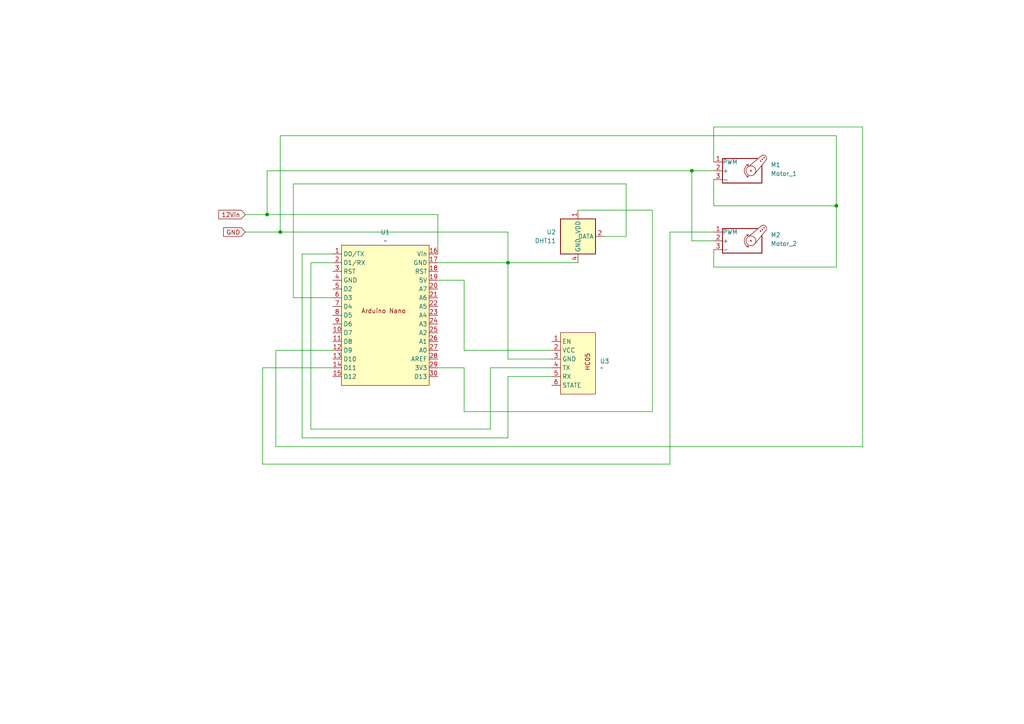
<source format=kicad_sch>
(kicad_sch (version 20231120) (generator "eeschema") (generator_version "8.0")
  (paper "A4")
  (lib_symbols
    (symbol "HC05:HC05"
      (property "Reference" "U" (at 0 0 0))
      (symbol "HC05_1_1"
        (rectangle (start 0 1.27) (end 10.16 -16.51) (fill (type background)))
        (text "HC05\n" (at 7.874 -7.112 900) (effects (font (size 1.27 1.27))))
        (pin bidirectional line (at -2.54 -1.27 0) (length 2.54) (name "EN") (number "1"))
        (pin bidirectional line (at -2.54 -3.81 0) (length 2.54) (name "VCC") (number "2"))
        (pin bidirectional line (at -2.54 -6.35 0) (length 2.54) (name "GND") (number "3"))
        (pin bidirectional line (at -2.54 -8.89 0) (length 2.54) (name "TX") (number "4"))
        (pin bidirectional line (at -2.54 -11.43 0) (length 2.54) (name "RX") (number "5"))
        (pin bidirectional line (at -2.54 -13.97 0) (length 2.54) (name "STATE") (number "6"))
      )
    )
    (symbol "Motor:Motor_Servo_Hitec" (pin_names (offset 0.0254))
      (property "Reference" "M" (at -5.08 4.445 0))
      (property "Value" "Motor_Servo_Hitec" (at -5.08 -4.064 0))
      (symbol "Motor_Servo_Hitec_0_1"
        (polyline (pts (xy 2.413 -1.778) (xy 2.032 -1.778)))
        (polyline (pts (xy 2.413 -1.778) (xy 2.286 -1.397)))
        (polyline (pts (xy 2.413 1.778) (xy 1.905 1.778)))
        (polyline (pts (xy 2.413 1.778) (xy 2.286 1.397)))
        (polyline (pts (xy 6.35 4.445) (xy 2.54 1.27)))
        (polyline (pts (xy 7.62 3.175) (xy 4.191 -1.016)))
        (polyline (pts (xy 5.08 3.556) (xy -5.08 3.556) (xy -5.08 -3.556) (xy 6.35 -3.556) (xy 6.35 1.524)) (stroke (width 0.254)))
        (arc (start 2.413 1.778) (mid 1.2406 0) (end 2.413 -1.778))
        (circle (center 3.175 0) (radius 0.1778))
        (circle (center 3.175 0) (radius 1.4224))
        (circle (center 5.969 2.794) (radius 0.127))
        (circle (center 6.477 3.302) (radius 0.127))
        (circle (center 6.985 3.81) (radius 0.127))
        (arc (start 7.62 3.175) (mid 7.4485 4.2735) (end 6.35 4.445))
      )
      (symbol "Motor_Servo_Hitec_1_1"
        (pin passive line (at -7.62 2.54 0) (length 2.54) (name "PWM") (number "1"))
        (pin passive line (at -7.62 0 0) (length 2.54) (name "+") (number "2"))
        (pin passive line (at -7.62 -2.54 0) (length 2.54) (name "-") (number "3"))
      )
    )
    (symbol "Sensor:DHT11"
      (property "Reference" "U" (at -3.81 6.35 0))
      (property "Value" "DHT11" (at 3.81 6.35 0))
      (symbol "DHT11_0_1"
        (rectangle (start -5.08 5.08) (end 5.08 -5.08) (stroke (width 0.254)) (fill (type background)))
      )
      (symbol "DHT11_1_1"
        (pin power_in line (at 0 7.62 270) (length 2.54) (name "VDD") (number "1"))
        (pin bidirectional line (at 7.62 0 180) (length 2.54) (name "DATA") (number "2"))
        (pin no_connect line (at -5.08 0 0) (length 2.54) hide (name "NC") (number "3"))
        (pin power_in line (at 0 -7.62 90) (length 2.54) (name "GND") (number "4"))
      )
    )
    (symbol "capstone_arduino_nano:Arduino_nano"
      (property "Reference" "U" (at 0 0 0))
      (symbol "Arduino_nano_1_1"
        (rectangle (start 0 6.35) (end 25.4 -34.29) (fill (type background)))
        (text "Arduino Nano\n" (at 12.192 -12.7 0) (effects (font (size 1.27 1.27))))
        (pin bidirectional line (at -2.54 3.81 0) (length 2.54) (name "D0/TX") (number "1"))
        (pin bidirectional line (at -2.54 -19.05 0) (length 2.54) (name "D7") (number "10"))
        (pin bidirectional line (at -2.54 -21.59 0) (length 2.54) (name "D8") (number "11"))
        (pin bidirectional line (at -2.54 -24.13 0) (length 2.54) (name "D9") (number "12"))
        (pin bidirectional line (at -2.54 -26.67 0) (length 2.54) (name "D10") (number "13"))
        (pin bidirectional line (at -2.54 -29.21 0) (length 2.54) (name "D11") (number "14"))
        (pin bidirectional line (at -2.54 -31.75 0) (length 2.54) (name "D12") (number "15"))
        (pin bidirectional line (at 27.94 3.81 180) (length 2.54) (name "Vin") (number "16"))
        (pin bidirectional line (at 27.94 1.27 180) (length 2.54) (name "GND") (number "17"))
        (pin bidirectional line (at 27.94 -1.27 180) (length 2.54) (name "RST") (number "18"))
        (pin bidirectional line (at 27.94 -3.81 180) (length 2.54) (name "5V") (number "19"))
        (pin bidirectional line (at -2.54 1.27 0) (length 2.54) (name "D1/RX") (number "2"))
        (pin bidirectional line (at 27.94 -6.35 180) (length 2.54) (name "A7") (number "20"))
        (pin bidirectional line (at 27.94 -8.89 180) (length 2.54) (name "A6") (number "21"))
        (pin bidirectional line (at 27.94 -11.43 180) (length 2.54) (name "A5") (number "22"))
        (pin bidirectional line (at 27.94 -13.97 180) (length 2.54) (name "A4") (number "23"))
        (pin bidirectional line (at 27.94 -16.51 180) (length 2.54) (name "A3") (number "24"))
        (pin bidirectional line (at 27.94 -19.05 180) (length 2.54) (name "A2") (number "25"))
        (pin bidirectional line (at 27.94 -21.59 180) (length 2.54) (name "A1") (number "26"))
        (pin bidirectional line (at 27.94 -24.13 180) (length 2.54) (name "A0") (number "27"))
        (pin bidirectional line (at 27.94 -26.67 180) (length 2.54) (name "AREF") (number "28"))
        (pin bidirectional line (at 27.94 -29.21 180) (length 2.54) (name "3V3") (number "29"))
        (pin bidirectional line (at -2.54 -1.27 0) (length 2.54) (name "RST") (number "3"))
        (pin bidirectional line (at 27.94 -31.75 180) (length 2.54) (name "D13") (number "30"))
        (pin bidirectional line (at -2.54 -3.81 0) (length 2.54) (name "GND") (number "4"))
        (pin bidirectional line (at -2.54 -6.35 0) (length 2.54) (name "D2") (number "5"))
        (pin bidirectional line (at -2.54 -8.89 0) (length 2.54) (name "D3") (number "6"))
        (pin bidirectional line (at -2.54 -11.43 0) (length 2.54) (name "D4") (number "7"))
        (pin bidirectional line (at -2.54 -13.97 0) (length 2.54) (name "D5") (number "8"))
        (pin bidirectional line (at -2.54 -16.51 0) (length 2.54) (name "D6") (number "9"))
      )
    )
  )
  (junction (at 147.32 76.2))
  (junction (at 81.28 67.31))
  (junction (at 200.66 49.53))
  (junction (at 77.47 62.23))
  (junction (at 242.57 59.69))
  (wire (pts (xy 250.19 129.54) (xy 80.01 129.54)))
  (wire (pts (xy 90.17 124.46) (xy 90.17 76.2)))
  (wire (pts (xy 147.32 104.14) (xy 147.32 76.2)))
  (wire (pts (xy 207.01 77.47) (xy 242.57 77.47)))
  (wire (pts (xy 160.02 106.68) (xy 142.24 106.68)))
  (wire (pts (xy 207.01 46.99) (xy 207.01 36.83)))
  (wire (pts (xy 250.19 36.83) (xy 250.19 129.54)))
  (wire (pts (xy 181.61 68.58) (xy 181.61 53.34)))
  (wire (pts (xy 207.01 52.07) (xy 207.01 59.69)))
  (wire (pts (xy 127 81.28) (xy 134.62 81.28)))
  (wire (pts (xy 71.12 62.23) (xy 77.47 62.23)))
  (wire (pts (xy 160.02 109.22) (xy 147.32 109.22)))
  (wire (pts (xy 189.23 60.96) (xy 189.23 119.38)))
  (wire (pts (xy 147.32 76.2) (xy 167.64 76.2)))
  (wire (pts (xy 194.31 67.31) (xy 194.31 134.62)))
  (wire (pts (xy 90.17 76.2) (xy 96.52 76.2)))
  (wire (pts (xy 167.64 60.96) (xy 189.23 60.96)))
  (wire (pts (xy 127 76.2) (xy 147.32 76.2)))
  (wire (pts (xy 147.32 67.31) (xy 147.32 76.2)))
  (wire (pts (xy 194.31 134.62) (xy 76.2 134.62)))
  (wire (pts (xy 71.12 67.31) (xy 81.28 67.31)))
  (wire (pts (xy 77.47 49.53) (xy 200.66 49.53)))
  (wire (pts (xy 200.66 49.53) (xy 207.01 49.53)))
  (wire (pts (xy 77.47 62.23) (xy 127 62.23)))
  (wire (pts (xy 134.62 119.38) (xy 134.62 106.68)))
  (wire (pts (xy 242.57 59.69) (xy 242.57 39.37)))
  (wire (pts (xy 81.28 67.31) (xy 147.32 67.31)))
  (wire (pts (xy 142.24 106.68) (xy 142.24 124.46)))
  (wire (pts (xy 127 62.23) (xy 127 73.66)))
  (wire (pts (xy 76.2 134.62) (xy 76.2 106.68)))
  (wire (pts (xy 242.57 59.69) (xy 242.57 77.47)))
  (wire (pts (xy 81.28 39.37) (xy 81.28 67.31)))
  (wire (pts (xy 160.02 101.6) (xy 134.62 101.6)))
  (wire (pts (xy 160.02 104.14) (xy 147.32 104.14)))
  (wire (pts (xy 87.63 127) (xy 87.63 73.66)))
  (wire (pts (xy 87.63 73.66) (xy 96.52 73.66)))
  (wire (pts (xy 175.26 68.58) (xy 181.61 68.58)))
  (wire (pts (xy 207.01 67.31) (xy 194.31 67.31)))
  (wire (pts (xy 147.32 109.22) (xy 147.32 127)))
  (wire (pts (xy 181.61 53.34) (xy 85.09 53.34)))
  (wire (pts (xy 76.2 106.68) (xy 96.52 106.68)))
  (wire (pts (xy 80.01 129.54) (xy 80.01 101.6)))
  (wire (pts (xy 147.32 127) (xy 87.63 127)))
  (wire (pts (xy 85.09 86.36) (xy 96.52 86.36)))
  (wire (pts (xy 207.01 59.69) (xy 242.57 59.69)))
  (wire (pts (xy 85.09 53.34) (xy 85.09 86.36)))
  (wire (pts (xy 80.01 101.6) (xy 96.52 101.6)))
  (wire (pts (xy 207.01 72.39) (xy 207.01 77.47)))
  (wire (pts (xy 200.66 69.85) (xy 200.66 49.53)))
  (wire (pts (xy 134.62 101.6) (xy 134.62 81.28)))
  (wire (pts (xy 207.01 69.85) (xy 200.66 69.85)))
  (wire (pts (xy 77.47 49.53) (xy 77.47 62.23)))
  (wire (pts (xy 142.24 124.46) (xy 90.17 124.46)))
  (wire (pts (xy 207.01 36.83) (xy 250.19 36.83)))
  (wire (pts (xy 189.23 119.38) (xy 134.62 119.38)))
  (wire (pts (xy 242.57 39.37) (xy 81.28 39.37)))
  (wire (pts (xy 134.62 106.68) (xy 127 106.68)))
  (global_label "12Vin" (shape input) (at 71.12 62.23 180) (property "Intersheetrefs" "${INTERSHEET_REFS}" (effects (hide yes))))
  (global_label "GND" (shape input) (at 71.12 67.31 180) (property "Intersheetrefs" "${INTERSHEET_REFS}" (effects (hide yes))))
  (symbol (lib_id "Sensor:DHT11") (at 167.64 68.58 0) (unit 1)
    (property "Reference" "U2" (at 161.29 67.3099 0) (effects (justify right)))
    (property "Value" "DHT11" (at 161.29 69.8499 0) (effects (justify right)))
    (property "Footprint" "Sensor:Aosong_DHT11_5.5x12.0_P2.54mm" (effects (hide yes)))
    (property "Datasheet" "http://akizukidenshi.com/download/ds/aosong/DHT11.pdf" (effects (hide yes)))
    (property "Description" "3.3V to 5.5V, temperature and humidity module, DHT11" (effects (hide yes)))
  )
  (symbol (lib_id "Motor:Motor_Servo_Hitec") (at 214.63 69.85 0) (unit 1)
    (property "Reference" "M2" (at 223.52 68.1465 0) (effects (justify left)))
    (property "Value" "Motor_2" (at 223.52 70.6865 0) (effects (justify left)))
    (property "Footprint" "BLDC_temoprary_pad:BLDC_temporary_pad" (effects (hide yes)))
    (property "Datasheet" "http://forums.parallax.com/uploads/attachments/46831/74481.png" (effects (hide yes)))
    (property "Description" "Servo Motor (HiTec connector)" (effects (hide yes)))
  )
  (symbol (lib_id "Motor:Motor_Servo_Hitec") (at 214.63 49.53 0) (unit 1)
    (property "Reference" "M1" (at 223.52 47.8265 0) (effects (justify left)))
    (property "Value" "Motor_1" (at 223.52 50.3665 0) (effects (justify left)))
    (property "Footprint" "BLDC_temoprary_pad:BLDC_temporary_pad" (effects (hide yes)))
    (property "Datasheet" "http://forums.parallax.com/uploads/attachments/46831/74481.png" (effects (hide yes)))
    (property "Description" "Servo Motor (HiTec connector)" (effects (hide yes)))
  )
  (symbol (lib_id "HC05:HC05") (at 162.56 97.79 0) (unit 1)
    (property "Reference" "U3" (at 173.99 104.7749 0) (effects (justify left)))
    (property "Value" "~" (at 173.99 106.68 0) (effects (justify left)))
    (property "Footprint" "HC05_foot:HC05" (effects (hide yes)))
  )
  (symbol (lib_id "capstone_arduino_nano:Arduino_nano") (at 99.06 77.47 0) (unit 1)
    (property "Reference" "U1" (at 111.76 67.31 0))
    (property "Value" "~" (at 111.76 69.85 0))
    (property "Footprint" "Module:Arduino_Nano" (effects (hide yes)))
  )
)
</source>
